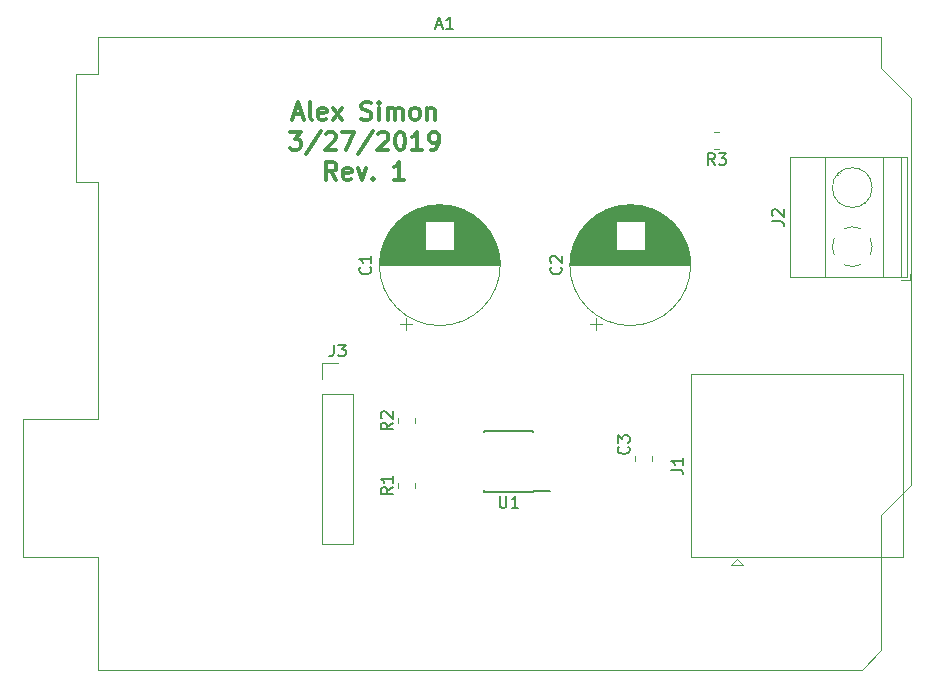
<source format=gto>
G04 #@! TF.GenerationSoftware,KiCad,Pcbnew,5.0.0-fee4fd1~65~ubuntu17.10.1*
G04 #@! TF.CreationDate,2019-03-27T18:34:24-05:00*
G04 #@! TF.ProjectId,Operator,4F70657261746F722E6B696361645F70,1*
G04 #@! TF.SameCoordinates,Original*
G04 #@! TF.FileFunction,Legend,Top*
G04 #@! TF.FilePolarity,Positive*
%FSLAX46Y46*%
G04 Gerber Fmt 4.6, Leading zero omitted, Abs format (unit mm)*
G04 Created by KiCad (PCBNEW 5.0.0-fee4fd1~65~ubuntu17.10.1) date Wed Mar 27 18:34:24 2019*
%MOMM*%
%LPD*%
G01*
G04 APERTURE LIST*
%ADD10C,0.300000*%
%ADD11C,0.120000*%
%ADD12C,0.150000*%
G04 APERTURE END LIST*
D10*
X135986000Y-57517000D02*
X136700285Y-57517000D01*
X135843142Y-57945571D02*
X136343142Y-56445571D01*
X136843142Y-57945571D01*
X137557428Y-57945571D02*
X137414571Y-57874142D01*
X137343142Y-57731285D01*
X137343142Y-56445571D01*
X138700285Y-57874142D02*
X138557428Y-57945571D01*
X138271714Y-57945571D01*
X138128857Y-57874142D01*
X138057428Y-57731285D01*
X138057428Y-57159857D01*
X138128857Y-57017000D01*
X138271714Y-56945571D01*
X138557428Y-56945571D01*
X138700285Y-57017000D01*
X138771714Y-57159857D01*
X138771714Y-57302714D01*
X138057428Y-57445571D01*
X139271714Y-57945571D02*
X140057428Y-56945571D01*
X139271714Y-56945571D02*
X140057428Y-57945571D01*
X141700285Y-57874142D02*
X141914571Y-57945571D01*
X142271714Y-57945571D01*
X142414571Y-57874142D01*
X142486000Y-57802714D01*
X142557428Y-57659857D01*
X142557428Y-57517000D01*
X142486000Y-57374142D01*
X142414571Y-57302714D01*
X142271714Y-57231285D01*
X141986000Y-57159857D01*
X141843142Y-57088428D01*
X141771714Y-57017000D01*
X141700285Y-56874142D01*
X141700285Y-56731285D01*
X141771714Y-56588428D01*
X141843142Y-56517000D01*
X141986000Y-56445571D01*
X142343142Y-56445571D01*
X142557428Y-56517000D01*
X143200285Y-57945571D02*
X143200285Y-56945571D01*
X143200285Y-56445571D02*
X143128857Y-56517000D01*
X143200285Y-56588428D01*
X143271714Y-56517000D01*
X143200285Y-56445571D01*
X143200285Y-56588428D01*
X143914571Y-57945571D02*
X143914571Y-56945571D01*
X143914571Y-57088428D02*
X143986000Y-57017000D01*
X144128857Y-56945571D01*
X144343142Y-56945571D01*
X144486000Y-57017000D01*
X144557428Y-57159857D01*
X144557428Y-57945571D01*
X144557428Y-57159857D02*
X144628857Y-57017000D01*
X144771714Y-56945571D01*
X144986000Y-56945571D01*
X145128857Y-57017000D01*
X145200285Y-57159857D01*
X145200285Y-57945571D01*
X146128857Y-57945571D02*
X145986000Y-57874142D01*
X145914571Y-57802714D01*
X145843142Y-57659857D01*
X145843142Y-57231285D01*
X145914571Y-57088428D01*
X145986000Y-57017000D01*
X146128857Y-56945571D01*
X146343142Y-56945571D01*
X146486000Y-57017000D01*
X146557428Y-57088428D01*
X146628857Y-57231285D01*
X146628857Y-57659857D01*
X146557428Y-57802714D01*
X146486000Y-57874142D01*
X146343142Y-57945571D01*
X146128857Y-57945571D01*
X147271714Y-56945571D02*
X147271714Y-57945571D01*
X147271714Y-57088428D02*
X147343142Y-57017000D01*
X147486000Y-56945571D01*
X147700285Y-56945571D01*
X147843142Y-57017000D01*
X147914571Y-57159857D01*
X147914571Y-57945571D01*
X135628857Y-58995571D02*
X136557428Y-58995571D01*
X136057428Y-59567000D01*
X136271714Y-59567000D01*
X136414571Y-59638428D01*
X136486000Y-59709857D01*
X136557428Y-59852714D01*
X136557428Y-60209857D01*
X136486000Y-60352714D01*
X136414571Y-60424142D01*
X136271714Y-60495571D01*
X135843142Y-60495571D01*
X135700285Y-60424142D01*
X135628857Y-60352714D01*
X138271714Y-58924142D02*
X136986000Y-60852714D01*
X138700285Y-59138428D02*
X138771714Y-59067000D01*
X138914571Y-58995571D01*
X139271714Y-58995571D01*
X139414571Y-59067000D01*
X139486000Y-59138428D01*
X139557428Y-59281285D01*
X139557428Y-59424142D01*
X139486000Y-59638428D01*
X138628857Y-60495571D01*
X139557428Y-60495571D01*
X140057428Y-58995571D02*
X141057428Y-58995571D01*
X140414571Y-60495571D01*
X142700285Y-58924142D02*
X141414571Y-60852714D01*
X143128857Y-59138428D02*
X143200285Y-59067000D01*
X143343142Y-58995571D01*
X143700285Y-58995571D01*
X143843142Y-59067000D01*
X143914571Y-59138428D01*
X143986000Y-59281285D01*
X143986000Y-59424142D01*
X143914571Y-59638428D01*
X143057428Y-60495571D01*
X143986000Y-60495571D01*
X144914571Y-58995571D02*
X145057428Y-58995571D01*
X145200285Y-59067000D01*
X145271714Y-59138428D01*
X145343142Y-59281285D01*
X145414571Y-59567000D01*
X145414571Y-59924142D01*
X145343142Y-60209857D01*
X145271714Y-60352714D01*
X145200285Y-60424142D01*
X145057428Y-60495571D01*
X144914571Y-60495571D01*
X144771714Y-60424142D01*
X144700285Y-60352714D01*
X144628857Y-60209857D01*
X144557428Y-59924142D01*
X144557428Y-59567000D01*
X144628857Y-59281285D01*
X144700285Y-59138428D01*
X144771714Y-59067000D01*
X144914571Y-58995571D01*
X146843142Y-60495571D02*
X145986000Y-60495571D01*
X146414571Y-60495571D02*
X146414571Y-58995571D01*
X146271714Y-59209857D01*
X146128857Y-59352714D01*
X145986000Y-59424142D01*
X147557428Y-60495571D02*
X147843142Y-60495571D01*
X147986000Y-60424142D01*
X148057428Y-60352714D01*
X148200285Y-60138428D01*
X148271714Y-59852714D01*
X148271714Y-59281285D01*
X148200285Y-59138428D01*
X148128857Y-59067000D01*
X147986000Y-58995571D01*
X147700285Y-58995571D01*
X147557428Y-59067000D01*
X147486000Y-59138428D01*
X147414571Y-59281285D01*
X147414571Y-59638428D01*
X147486000Y-59781285D01*
X147557428Y-59852714D01*
X147700285Y-59924142D01*
X147986000Y-59924142D01*
X148128857Y-59852714D01*
X148200285Y-59781285D01*
X148271714Y-59638428D01*
X139593142Y-63045571D02*
X139093142Y-62331285D01*
X138736000Y-63045571D02*
X138736000Y-61545571D01*
X139307428Y-61545571D01*
X139450285Y-61617000D01*
X139521714Y-61688428D01*
X139593142Y-61831285D01*
X139593142Y-62045571D01*
X139521714Y-62188428D01*
X139450285Y-62259857D01*
X139307428Y-62331285D01*
X138736000Y-62331285D01*
X140807428Y-62974142D02*
X140664571Y-63045571D01*
X140378857Y-63045571D01*
X140236000Y-62974142D01*
X140164571Y-62831285D01*
X140164571Y-62259857D01*
X140236000Y-62117000D01*
X140378857Y-62045571D01*
X140664571Y-62045571D01*
X140807428Y-62117000D01*
X140878857Y-62259857D01*
X140878857Y-62402714D01*
X140164571Y-62545571D01*
X141378857Y-62045571D02*
X141736000Y-63045571D01*
X142093142Y-62045571D01*
X142664571Y-62902714D02*
X142736000Y-62974142D01*
X142664571Y-63045571D01*
X142593142Y-62974142D01*
X142664571Y-62902714D01*
X142664571Y-63045571D01*
X145307428Y-63045571D02*
X144450285Y-63045571D01*
X144878857Y-63045571D02*
X144878857Y-61545571D01*
X144736000Y-61759857D01*
X144593142Y-61902714D01*
X144450285Y-61974142D01*
D11*
G04 #@! TO.C,C3*
X164898000Y-86821983D02*
X164898000Y-86406017D01*
X166318000Y-86821983D02*
X166318000Y-86406017D01*
G04 #@! TO.C,A1*
X188238001Y-88925001D02*
X188238001Y-56155001D01*
X188238001Y-56155001D02*
X185698001Y-53615001D01*
X185698001Y-53615001D02*
X185698001Y-50945001D01*
X185698001Y-50945001D02*
X119398001Y-50945001D01*
X119398001Y-50945001D02*
X119398001Y-54125001D01*
X119398001Y-54125001D02*
X117498001Y-54125001D01*
X117498001Y-54125001D02*
X117498001Y-63265001D01*
X117498001Y-63265001D02*
X119398001Y-63265001D01*
X119398001Y-63265001D02*
X119398001Y-83335001D01*
X119398001Y-83335001D02*
X113048001Y-83335001D01*
X113048001Y-83335001D02*
X113048001Y-95015001D01*
X113048001Y-95015001D02*
X119398001Y-95015001D01*
X119398001Y-95015001D02*
X119398001Y-104545001D01*
X119398001Y-104545001D02*
X184048001Y-104545001D01*
X184048001Y-104545001D02*
X185698001Y-102895001D01*
X185698001Y-102895001D02*
X185698001Y-91465001D01*
X185698001Y-91465001D02*
X188238001Y-88925001D01*
G04 #@! TO.C,C1*
X153456000Y-70271000D02*
G75*
G03X153456000Y-70271000I-5120000J0D01*
G01*
X143256000Y-70271000D02*
X153416000Y-70271000D01*
X143256000Y-70231000D02*
X153416000Y-70231000D01*
X143256000Y-70191000D02*
X153416000Y-70191000D01*
X143257000Y-70151000D02*
X153415000Y-70151000D01*
X143258000Y-70111000D02*
X153414000Y-70111000D01*
X143259000Y-70071000D02*
X153413000Y-70071000D01*
X143261000Y-70031000D02*
X153411000Y-70031000D01*
X143263000Y-69991000D02*
X153409000Y-69991000D01*
X143266000Y-69951000D02*
X153406000Y-69951000D01*
X143268000Y-69911000D02*
X153404000Y-69911000D01*
X143271000Y-69871000D02*
X153401000Y-69871000D01*
X143274000Y-69831000D02*
X153398000Y-69831000D01*
X143278000Y-69791000D02*
X153394000Y-69791000D01*
X143282000Y-69751000D02*
X153390000Y-69751000D01*
X143286000Y-69711000D02*
X153386000Y-69711000D01*
X143291000Y-69671000D02*
X153381000Y-69671000D01*
X143296000Y-69631000D02*
X153376000Y-69631000D01*
X143301000Y-69591000D02*
X153371000Y-69591000D01*
X143306000Y-69550000D02*
X153366000Y-69550000D01*
X143312000Y-69510000D02*
X153360000Y-69510000D01*
X143318000Y-69470000D02*
X153354000Y-69470000D01*
X143325000Y-69430000D02*
X153347000Y-69430000D01*
X143332000Y-69390000D02*
X153340000Y-69390000D01*
X143339000Y-69350000D02*
X153333000Y-69350000D01*
X143346000Y-69310000D02*
X153326000Y-69310000D01*
X143354000Y-69270000D02*
X153318000Y-69270000D01*
X143362000Y-69230000D02*
X153310000Y-69230000D01*
X143371000Y-69190000D02*
X153301000Y-69190000D01*
X143380000Y-69150000D02*
X153292000Y-69150000D01*
X143389000Y-69110000D02*
X153283000Y-69110000D01*
X143398000Y-69070000D02*
X153274000Y-69070000D01*
X143408000Y-69030000D02*
X153264000Y-69030000D01*
X143418000Y-68990000D02*
X147095000Y-68990000D01*
X149577000Y-68990000D02*
X153254000Y-68990000D01*
X143429000Y-68950000D02*
X147095000Y-68950000D01*
X149577000Y-68950000D02*
X153243000Y-68950000D01*
X143439000Y-68910000D02*
X147095000Y-68910000D01*
X149577000Y-68910000D02*
X153233000Y-68910000D01*
X143451000Y-68870000D02*
X147095000Y-68870000D01*
X149577000Y-68870000D02*
X153221000Y-68870000D01*
X143462000Y-68830000D02*
X147095000Y-68830000D01*
X149577000Y-68830000D02*
X153210000Y-68830000D01*
X143474000Y-68790000D02*
X147095000Y-68790000D01*
X149577000Y-68790000D02*
X153198000Y-68790000D01*
X143486000Y-68750000D02*
X147095000Y-68750000D01*
X149577000Y-68750000D02*
X153186000Y-68750000D01*
X143499000Y-68710000D02*
X147095000Y-68710000D01*
X149577000Y-68710000D02*
X153173000Y-68710000D01*
X143512000Y-68670000D02*
X147095000Y-68670000D01*
X149577000Y-68670000D02*
X153160000Y-68670000D01*
X143525000Y-68630000D02*
X147095000Y-68630000D01*
X149577000Y-68630000D02*
X153147000Y-68630000D01*
X143539000Y-68590000D02*
X147095000Y-68590000D01*
X149577000Y-68590000D02*
X153133000Y-68590000D01*
X143553000Y-68550000D02*
X147095000Y-68550000D01*
X149577000Y-68550000D02*
X153119000Y-68550000D01*
X143568000Y-68510000D02*
X147095000Y-68510000D01*
X149577000Y-68510000D02*
X153104000Y-68510000D01*
X143582000Y-68470000D02*
X147095000Y-68470000D01*
X149577000Y-68470000D02*
X153090000Y-68470000D01*
X143598000Y-68430000D02*
X147095000Y-68430000D01*
X149577000Y-68430000D02*
X153074000Y-68430000D01*
X143613000Y-68390000D02*
X147095000Y-68390000D01*
X149577000Y-68390000D02*
X153059000Y-68390000D01*
X143629000Y-68350000D02*
X147095000Y-68350000D01*
X149577000Y-68350000D02*
X153043000Y-68350000D01*
X143646000Y-68310000D02*
X147095000Y-68310000D01*
X149577000Y-68310000D02*
X153026000Y-68310000D01*
X143662000Y-68270000D02*
X147095000Y-68270000D01*
X149577000Y-68270000D02*
X153010000Y-68270000D01*
X143679000Y-68230000D02*
X147095000Y-68230000D01*
X149577000Y-68230000D02*
X152993000Y-68230000D01*
X143697000Y-68190000D02*
X147095000Y-68190000D01*
X149577000Y-68190000D02*
X152975000Y-68190000D01*
X143715000Y-68150000D02*
X147095000Y-68150000D01*
X149577000Y-68150000D02*
X152957000Y-68150000D01*
X143733000Y-68110000D02*
X147095000Y-68110000D01*
X149577000Y-68110000D02*
X152939000Y-68110000D01*
X143752000Y-68070000D02*
X147095000Y-68070000D01*
X149577000Y-68070000D02*
X152920000Y-68070000D01*
X143772000Y-68030000D02*
X147095000Y-68030000D01*
X149577000Y-68030000D02*
X152900000Y-68030000D01*
X143791000Y-67990000D02*
X147095000Y-67990000D01*
X149577000Y-67990000D02*
X152881000Y-67990000D01*
X143811000Y-67950000D02*
X147095000Y-67950000D01*
X149577000Y-67950000D02*
X152861000Y-67950000D01*
X143832000Y-67910000D02*
X147095000Y-67910000D01*
X149577000Y-67910000D02*
X152840000Y-67910000D01*
X143853000Y-67870000D02*
X147095000Y-67870000D01*
X149577000Y-67870000D02*
X152819000Y-67870000D01*
X143874000Y-67830000D02*
X147095000Y-67830000D01*
X149577000Y-67830000D02*
X152798000Y-67830000D01*
X143896000Y-67790000D02*
X147095000Y-67790000D01*
X149577000Y-67790000D02*
X152776000Y-67790000D01*
X143919000Y-67750000D02*
X147095000Y-67750000D01*
X149577000Y-67750000D02*
X152753000Y-67750000D01*
X143941000Y-67710000D02*
X147095000Y-67710000D01*
X149577000Y-67710000D02*
X152731000Y-67710000D01*
X143965000Y-67670000D02*
X147095000Y-67670000D01*
X149577000Y-67670000D02*
X152707000Y-67670000D01*
X143989000Y-67630000D02*
X147095000Y-67630000D01*
X149577000Y-67630000D02*
X152683000Y-67630000D01*
X144013000Y-67590000D02*
X147095000Y-67590000D01*
X149577000Y-67590000D02*
X152659000Y-67590000D01*
X144038000Y-67550000D02*
X147095000Y-67550000D01*
X149577000Y-67550000D02*
X152634000Y-67550000D01*
X144063000Y-67510000D02*
X147095000Y-67510000D01*
X149577000Y-67510000D02*
X152609000Y-67510000D01*
X144089000Y-67470000D02*
X147095000Y-67470000D01*
X149577000Y-67470000D02*
X152583000Y-67470000D01*
X144115000Y-67430000D02*
X147095000Y-67430000D01*
X149577000Y-67430000D02*
X152557000Y-67430000D01*
X144142000Y-67390000D02*
X147095000Y-67390000D01*
X149577000Y-67390000D02*
X152530000Y-67390000D01*
X144170000Y-67350000D02*
X147095000Y-67350000D01*
X149577000Y-67350000D02*
X152502000Y-67350000D01*
X144198000Y-67310000D02*
X147095000Y-67310000D01*
X149577000Y-67310000D02*
X152474000Y-67310000D01*
X144226000Y-67270000D02*
X147095000Y-67270000D01*
X149577000Y-67270000D02*
X152446000Y-67270000D01*
X144256000Y-67230000D02*
X147095000Y-67230000D01*
X149577000Y-67230000D02*
X152416000Y-67230000D01*
X144286000Y-67190000D02*
X147095000Y-67190000D01*
X149577000Y-67190000D02*
X152386000Y-67190000D01*
X144316000Y-67150000D02*
X147095000Y-67150000D01*
X149577000Y-67150000D02*
X152356000Y-67150000D01*
X144347000Y-67110000D02*
X147095000Y-67110000D01*
X149577000Y-67110000D02*
X152325000Y-67110000D01*
X144379000Y-67070000D02*
X147095000Y-67070000D01*
X149577000Y-67070000D02*
X152293000Y-67070000D01*
X144411000Y-67030000D02*
X147095000Y-67030000D01*
X149577000Y-67030000D02*
X152261000Y-67030000D01*
X144444000Y-66990000D02*
X147095000Y-66990000D01*
X149577000Y-66990000D02*
X152228000Y-66990000D01*
X144478000Y-66950000D02*
X147095000Y-66950000D01*
X149577000Y-66950000D02*
X152194000Y-66950000D01*
X144512000Y-66910000D02*
X147095000Y-66910000D01*
X149577000Y-66910000D02*
X152160000Y-66910000D01*
X144547000Y-66870000D02*
X147095000Y-66870000D01*
X149577000Y-66870000D02*
X152125000Y-66870000D01*
X144583000Y-66830000D02*
X147095000Y-66830000D01*
X149577000Y-66830000D02*
X152089000Y-66830000D01*
X144620000Y-66790000D02*
X147095000Y-66790000D01*
X149577000Y-66790000D02*
X152052000Y-66790000D01*
X144657000Y-66750000D02*
X147095000Y-66750000D01*
X149577000Y-66750000D02*
X152015000Y-66750000D01*
X144696000Y-66710000D02*
X147095000Y-66710000D01*
X149577000Y-66710000D02*
X151976000Y-66710000D01*
X144735000Y-66670000D02*
X147095000Y-66670000D01*
X149577000Y-66670000D02*
X151937000Y-66670000D01*
X144775000Y-66630000D02*
X147095000Y-66630000D01*
X149577000Y-66630000D02*
X151897000Y-66630000D01*
X144816000Y-66590000D02*
X147095000Y-66590000D01*
X149577000Y-66590000D02*
X151856000Y-66590000D01*
X144858000Y-66550000D02*
X147095000Y-66550000D01*
X149577000Y-66550000D02*
X151814000Y-66550000D01*
X144900000Y-66510000D02*
X151772000Y-66510000D01*
X144944000Y-66470000D02*
X151728000Y-66470000D01*
X144989000Y-66430000D02*
X151683000Y-66430000D01*
X145035000Y-66390000D02*
X151637000Y-66390000D01*
X145082000Y-66350000D02*
X151590000Y-66350000D01*
X145130000Y-66310000D02*
X151542000Y-66310000D01*
X145180000Y-66270000D02*
X151492000Y-66270000D01*
X145230000Y-66230000D02*
X151442000Y-66230000D01*
X145282000Y-66190000D02*
X151390000Y-66190000D01*
X145336000Y-66150000D02*
X151336000Y-66150000D01*
X145391000Y-66110000D02*
X151281000Y-66110000D01*
X145447000Y-66070000D02*
X151225000Y-66070000D01*
X145506000Y-66030000D02*
X151166000Y-66030000D01*
X145566000Y-65990000D02*
X151106000Y-65990000D01*
X145627000Y-65950000D02*
X151045000Y-65950000D01*
X145691000Y-65910000D02*
X150981000Y-65910000D01*
X145757000Y-65870000D02*
X150915000Y-65870000D01*
X145826000Y-65830000D02*
X150846000Y-65830000D01*
X145897000Y-65790000D02*
X150775000Y-65790000D01*
X145971000Y-65750000D02*
X150701000Y-65750000D01*
X146047000Y-65710000D02*
X150625000Y-65710000D01*
X146127000Y-65670000D02*
X150545000Y-65670000D01*
X146211000Y-65630000D02*
X150461000Y-65630000D01*
X146299000Y-65590000D02*
X150373000Y-65590000D01*
X146392000Y-65550000D02*
X150280000Y-65550000D01*
X146490000Y-65510000D02*
X150182000Y-65510000D01*
X146594000Y-65470000D02*
X150078000Y-65470000D01*
X146706000Y-65430000D02*
X149966000Y-65430000D01*
X146826000Y-65390000D02*
X149846000Y-65390000D01*
X146958000Y-65350000D02*
X149714000Y-65350000D01*
X147106000Y-65310000D02*
X149566000Y-65310000D01*
X147274000Y-65270000D02*
X149398000Y-65270000D01*
X147474000Y-65230000D02*
X149198000Y-65230000D01*
X147737000Y-65190000D02*
X148935000Y-65190000D01*
X145461000Y-75750646D02*
X145461000Y-74750646D01*
X144961000Y-75250646D02*
X145961000Y-75250646D01*
G04 #@! TO.C,C2*
X161090000Y-75250646D02*
X162090000Y-75250646D01*
X161590000Y-75750646D02*
X161590000Y-74750646D01*
X163866000Y-65190000D02*
X165064000Y-65190000D01*
X163603000Y-65230000D02*
X165327000Y-65230000D01*
X163403000Y-65270000D02*
X165527000Y-65270000D01*
X163235000Y-65310000D02*
X165695000Y-65310000D01*
X163087000Y-65350000D02*
X165843000Y-65350000D01*
X162955000Y-65390000D02*
X165975000Y-65390000D01*
X162835000Y-65430000D02*
X166095000Y-65430000D01*
X162723000Y-65470000D02*
X166207000Y-65470000D01*
X162619000Y-65510000D02*
X166311000Y-65510000D01*
X162521000Y-65550000D02*
X166409000Y-65550000D01*
X162428000Y-65590000D02*
X166502000Y-65590000D01*
X162340000Y-65630000D02*
X166590000Y-65630000D01*
X162256000Y-65670000D02*
X166674000Y-65670000D01*
X162176000Y-65710000D02*
X166754000Y-65710000D01*
X162100000Y-65750000D02*
X166830000Y-65750000D01*
X162026000Y-65790000D02*
X166904000Y-65790000D01*
X161955000Y-65830000D02*
X166975000Y-65830000D01*
X161886000Y-65870000D02*
X167044000Y-65870000D01*
X161820000Y-65910000D02*
X167110000Y-65910000D01*
X161756000Y-65950000D02*
X167174000Y-65950000D01*
X161695000Y-65990000D02*
X167235000Y-65990000D01*
X161635000Y-66030000D02*
X167295000Y-66030000D01*
X161576000Y-66070000D02*
X167354000Y-66070000D01*
X161520000Y-66110000D02*
X167410000Y-66110000D01*
X161465000Y-66150000D02*
X167465000Y-66150000D01*
X161411000Y-66190000D02*
X167519000Y-66190000D01*
X161359000Y-66230000D02*
X167571000Y-66230000D01*
X161309000Y-66270000D02*
X167621000Y-66270000D01*
X161259000Y-66310000D02*
X167671000Y-66310000D01*
X161211000Y-66350000D02*
X167719000Y-66350000D01*
X161164000Y-66390000D02*
X167766000Y-66390000D01*
X161118000Y-66430000D02*
X167812000Y-66430000D01*
X161073000Y-66470000D02*
X167857000Y-66470000D01*
X161029000Y-66510000D02*
X167901000Y-66510000D01*
X165706000Y-66550000D02*
X167943000Y-66550000D01*
X160987000Y-66550000D02*
X163224000Y-66550000D01*
X165706000Y-66590000D02*
X167985000Y-66590000D01*
X160945000Y-66590000D02*
X163224000Y-66590000D01*
X165706000Y-66630000D02*
X168026000Y-66630000D01*
X160904000Y-66630000D02*
X163224000Y-66630000D01*
X165706000Y-66670000D02*
X168066000Y-66670000D01*
X160864000Y-66670000D02*
X163224000Y-66670000D01*
X165706000Y-66710000D02*
X168105000Y-66710000D01*
X160825000Y-66710000D02*
X163224000Y-66710000D01*
X165706000Y-66750000D02*
X168144000Y-66750000D01*
X160786000Y-66750000D02*
X163224000Y-66750000D01*
X165706000Y-66790000D02*
X168181000Y-66790000D01*
X160749000Y-66790000D02*
X163224000Y-66790000D01*
X165706000Y-66830000D02*
X168218000Y-66830000D01*
X160712000Y-66830000D02*
X163224000Y-66830000D01*
X165706000Y-66870000D02*
X168254000Y-66870000D01*
X160676000Y-66870000D02*
X163224000Y-66870000D01*
X165706000Y-66910000D02*
X168289000Y-66910000D01*
X160641000Y-66910000D02*
X163224000Y-66910000D01*
X165706000Y-66950000D02*
X168323000Y-66950000D01*
X160607000Y-66950000D02*
X163224000Y-66950000D01*
X165706000Y-66990000D02*
X168357000Y-66990000D01*
X160573000Y-66990000D02*
X163224000Y-66990000D01*
X165706000Y-67030000D02*
X168390000Y-67030000D01*
X160540000Y-67030000D02*
X163224000Y-67030000D01*
X165706000Y-67070000D02*
X168422000Y-67070000D01*
X160508000Y-67070000D02*
X163224000Y-67070000D01*
X165706000Y-67110000D02*
X168454000Y-67110000D01*
X160476000Y-67110000D02*
X163224000Y-67110000D01*
X165706000Y-67150000D02*
X168485000Y-67150000D01*
X160445000Y-67150000D02*
X163224000Y-67150000D01*
X165706000Y-67190000D02*
X168515000Y-67190000D01*
X160415000Y-67190000D02*
X163224000Y-67190000D01*
X165706000Y-67230000D02*
X168545000Y-67230000D01*
X160385000Y-67230000D02*
X163224000Y-67230000D01*
X165706000Y-67270000D02*
X168575000Y-67270000D01*
X160355000Y-67270000D02*
X163224000Y-67270000D01*
X165706000Y-67310000D02*
X168603000Y-67310000D01*
X160327000Y-67310000D02*
X163224000Y-67310000D01*
X165706000Y-67350000D02*
X168631000Y-67350000D01*
X160299000Y-67350000D02*
X163224000Y-67350000D01*
X165706000Y-67390000D02*
X168659000Y-67390000D01*
X160271000Y-67390000D02*
X163224000Y-67390000D01*
X165706000Y-67430000D02*
X168686000Y-67430000D01*
X160244000Y-67430000D02*
X163224000Y-67430000D01*
X165706000Y-67470000D02*
X168712000Y-67470000D01*
X160218000Y-67470000D02*
X163224000Y-67470000D01*
X165706000Y-67510000D02*
X168738000Y-67510000D01*
X160192000Y-67510000D02*
X163224000Y-67510000D01*
X165706000Y-67550000D02*
X168763000Y-67550000D01*
X160167000Y-67550000D02*
X163224000Y-67550000D01*
X165706000Y-67590000D02*
X168788000Y-67590000D01*
X160142000Y-67590000D02*
X163224000Y-67590000D01*
X165706000Y-67630000D02*
X168812000Y-67630000D01*
X160118000Y-67630000D02*
X163224000Y-67630000D01*
X165706000Y-67670000D02*
X168836000Y-67670000D01*
X160094000Y-67670000D02*
X163224000Y-67670000D01*
X165706000Y-67710000D02*
X168860000Y-67710000D01*
X160070000Y-67710000D02*
X163224000Y-67710000D01*
X165706000Y-67750000D02*
X168882000Y-67750000D01*
X160048000Y-67750000D02*
X163224000Y-67750000D01*
X165706000Y-67790000D02*
X168905000Y-67790000D01*
X160025000Y-67790000D02*
X163224000Y-67790000D01*
X165706000Y-67830000D02*
X168927000Y-67830000D01*
X160003000Y-67830000D02*
X163224000Y-67830000D01*
X165706000Y-67870000D02*
X168948000Y-67870000D01*
X159982000Y-67870000D02*
X163224000Y-67870000D01*
X165706000Y-67910000D02*
X168969000Y-67910000D01*
X159961000Y-67910000D02*
X163224000Y-67910000D01*
X165706000Y-67950000D02*
X168990000Y-67950000D01*
X159940000Y-67950000D02*
X163224000Y-67950000D01*
X165706000Y-67990000D02*
X169010000Y-67990000D01*
X159920000Y-67990000D02*
X163224000Y-67990000D01*
X165706000Y-68030000D02*
X169029000Y-68030000D01*
X159901000Y-68030000D02*
X163224000Y-68030000D01*
X165706000Y-68070000D02*
X169049000Y-68070000D01*
X159881000Y-68070000D02*
X163224000Y-68070000D01*
X165706000Y-68110000D02*
X169068000Y-68110000D01*
X159862000Y-68110000D02*
X163224000Y-68110000D01*
X165706000Y-68150000D02*
X169086000Y-68150000D01*
X159844000Y-68150000D02*
X163224000Y-68150000D01*
X165706000Y-68190000D02*
X169104000Y-68190000D01*
X159826000Y-68190000D02*
X163224000Y-68190000D01*
X165706000Y-68230000D02*
X169122000Y-68230000D01*
X159808000Y-68230000D02*
X163224000Y-68230000D01*
X165706000Y-68270000D02*
X169139000Y-68270000D01*
X159791000Y-68270000D02*
X163224000Y-68270000D01*
X165706000Y-68310000D02*
X169155000Y-68310000D01*
X159775000Y-68310000D02*
X163224000Y-68310000D01*
X165706000Y-68350000D02*
X169172000Y-68350000D01*
X159758000Y-68350000D02*
X163224000Y-68350000D01*
X165706000Y-68390000D02*
X169188000Y-68390000D01*
X159742000Y-68390000D02*
X163224000Y-68390000D01*
X165706000Y-68430000D02*
X169203000Y-68430000D01*
X159727000Y-68430000D02*
X163224000Y-68430000D01*
X165706000Y-68470000D02*
X169219000Y-68470000D01*
X159711000Y-68470000D02*
X163224000Y-68470000D01*
X165706000Y-68510000D02*
X169233000Y-68510000D01*
X159697000Y-68510000D02*
X163224000Y-68510000D01*
X165706000Y-68550000D02*
X169248000Y-68550000D01*
X159682000Y-68550000D02*
X163224000Y-68550000D01*
X165706000Y-68590000D02*
X169262000Y-68590000D01*
X159668000Y-68590000D02*
X163224000Y-68590000D01*
X165706000Y-68630000D02*
X169276000Y-68630000D01*
X159654000Y-68630000D02*
X163224000Y-68630000D01*
X165706000Y-68670000D02*
X169289000Y-68670000D01*
X159641000Y-68670000D02*
X163224000Y-68670000D01*
X165706000Y-68710000D02*
X169302000Y-68710000D01*
X159628000Y-68710000D02*
X163224000Y-68710000D01*
X165706000Y-68750000D02*
X169315000Y-68750000D01*
X159615000Y-68750000D02*
X163224000Y-68750000D01*
X165706000Y-68790000D02*
X169327000Y-68790000D01*
X159603000Y-68790000D02*
X163224000Y-68790000D01*
X165706000Y-68830000D02*
X169339000Y-68830000D01*
X159591000Y-68830000D02*
X163224000Y-68830000D01*
X165706000Y-68870000D02*
X169350000Y-68870000D01*
X159580000Y-68870000D02*
X163224000Y-68870000D01*
X165706000Y-68910000D02*
X169362000Y-68910000D01*
X159568000Y-68910000D02*
X163224000Y-68910000D01*
X165706000Y-68950000D02*
X169372000Y-68950000D01*
X159558000Y-68950000D02*
X163224000Y-68950000D01*
X165706000Y-68990000D02*
X169383000Y-68990000D01*
X159547000Y-68990000D02*
X163224000Y-68990000D01*
X159537000Y-69030000D02*
X169393000Y-69030000D01*
X159527000Y-69070000D02*
X169403000Y-69070000D01*
X159518000Y-69110000D02*
X169412000Y-69110000D01*
X159509000Y-69150000D02*
X169421000Y-69150000D01*
X159500000Y-69190000D02*
X169430000Y-69190000D01*
X159491000Y-69230000D02*
X169439000Y-69230000D01*
X159483000Y-69270000D02*
X169447000Y-69270000D01*
X159475000Y-69310000D02*
X169455000Y-69310000D01*
X159468000Y-69350000D02*
X169462000Y-69350000D01*
X159461000Y-69390000D02*
X169469000Y-69390000D01*
X159454000Y-69430000D02*
X169476000Y-69430000D01*
X159447000Y-69470000D02*
X169483000Y-69470000D01*
X159441000Y-69510000D02*
X169489000Y-69510000D01*
X159435000Y-69550000D02*
X169495000Y-69550000D01*
X159430000Y-69591000D02*
X169500000Y-69591000D01*
X159425000Y-69631000D02*
X169505000Y-69631000D01*
X159420000Y-69671000D02*
X169510000Y-69671000D01*
X159415000Y-69711000D02*
X169515000Y-69711000D01*
X159411000Y-69751000D02*
X169519000Y-69751000D01*
X159407000Y-69791000D02*
X169523000Y-69791000D01*
X159403000Y-69831000D02*
X169527000Y-69831000D01*
X159400000Y-69871000D02*
X169530000Y-69871000D01*
X159397000Y-69911000D02*
X169533000Y-69911000D01*
X159395000Y-69951000D02*
X169535000Y-69951000D01*
X159392000Y-69991000D02*
X169538000Y-69991000D01*
X159390000Y-70031000D02*
X169540000Y-70031000D01*
X159388000Y-70071000D02*
X169542000Y-70071000D01*
X159387000Y-70111000D02*
X169543000Y-70111000D01*
X159386000Y-70151000D02*
X169544000Y-70151000D01*
X159385000Y-70191000D02*
X169545000Y-70191000D01*
X159385000Y-70231000D02*
X169545000Y-70231000D01*
X159385000Y-70271000D02*
X169545000Y-70271000D01*
X169585000Y-70271000D02*
G75*
G03X169585000Y-70271000I-5120000J0D01*
G01*
G04 #@! TO.C,J1*
X173982000Y-95694000D02*
X173482000Y-95194000D01*
X172982000Y-95694000D02*
X173982000Y-95694000D01*
X173482000Y-95194000D02*
X172982000Y-95694000D01*
X187562000Y-95009000D02*
X187562000Y-79489000D01*
X169602000Y-79489000D02*
X187562000Y-79489000D01*
X169602000Y-79489000D02*
X169602000Y-95009000D01*
X169602000Y-95009000D02*
X187562000Y-95009000D01*
G04 #@! TO.C,J2*
X184795756Y-68023682D02*
G75*
G02X184941000Y-68707000I-1534756J-683318D01*
G01*
X182577958Y-67171574D02*
G75*
G02X183945000Y-67172000I683042J-1535426D01*
G01*
X181725574Y-69390042D02*
G75*
G02X181726000Y-68023000I1535426J683042D01*
G01*
X183944042Y-70242426D02*
G75*
G02X182577000Y-70242000I-683042J1535426D01*
G01*
X184941253Y-68678195D02*
G75*
G02X184796000Y-69391000I-1680253J-28805D01*
G01*
X184941000Y-63707000D02*
G75*
G03X184941000Y-63707000I-1680000J0D01*
G01*
X187361000Y-71267000D02*
X187361000Y-61147000D01*
X185861000Y-71267000D02*
X185861000Y-61147000D01*
X180960000Y-71267000D02*
X180960000Y-61147000D01*
X178000000Y-71267000D02*
X178000000Y-61147000D01*
X187921000Y-71267000D02*
X187921000Y-61147000D01*
X178000000Y-71267000D02*
X187921000Y-71267000D01*
X178000000Y-61147000D02*
X187921000Y-61147000D01*
X182192000Y-62432000D02*
X182238000Y-62479000D01*
X184500000Y-64741000D02*
X184535000Y-64776000D01*
X181986000Y-62637000D02*
X182022000Y-62672000D01*
X184284000Y-64934000D02*
X184330000Y-64981000D01*
X187421000Y-71507000D02*
X188161000Y-71507000D01*
X188161000Y-71507000D02*
X188161000Y-71007000D01*
G04 #@! TO.C,R1*
X144832000Y-89107983D02*
X144832000Y-88692017D01*
X146252000Y-89107983D02*
X146252000Y-88692017D01*
G04 #@! TO.C,R2*
X146252000Y-83646983D02*
X146252000Y-83231017D01*
X144832000Y-83646983D02*
X144832000Y-83231017D01*
G04 #@! TO.C,R3*
X171990483Y-60400000D02*
X171574517Y-60400000D01*
X171990483Y-58980000D02*
X171574517Y-58980000D01*
D12*
G04 #@! TO.C,U1*
X156253000Y-89443000D02*
X156253000Y-89393000D01*
X152103000Y-89443000D02*
X152103000Y-89298000D01*
X152103000Y-84293000D02*
X152103000Y-84438000D01*
X156253000Y-84293000D02*
X156253000Y-84438000D01*
X156253000Y-89443000D02*
X152103000Y-89443000D01*
X156253000Y-84293000D02*
X152103000Y-84293000D01*
X156253000Y-89393000D02*
X157653000Y-89393000D01*
D11*
G04 #@! TO.C,J3*
X138370000Y-93913000D02*
X141030000Y-93913000D01*
X138370000Y-81153000D02*
X138370000Y-93913000D01*
X141030000Y-81153000D02*
X141030000Y-93913000D01*
X138370000Y-81153000D02*
X141030000Y-81153000D01*
X138370000Y-79883000D02*
X138370000Y-78553000D01*
X138370000Y-78553000D02*
X139700000Y-78553000D01*
G04 #@! TO.C,C3*
D12*
X164314142Y-85637666D02*
X164361761Y-85685285D01*
X164409380Y-85828142D01*
X164409380Y-85923380D01*
X164361761Y-86066238D01*
X164266523Y-86161476D01*
X164171285Y-86209095D01*
X163980809Y-86256714D01*
X163837952Y-86256714D01*
X163647476Y-86209095D01*
X163552238Y-86161476D01*
X163457000Y-86066238D01*
X163409380Y-85923380D01*
X163409380Y-85828142D01*
X163457000Y-85685285D01*
X163504619Y-85637666D01*
X163409380Y-85304333D02*
X163409380Y-84685285D01*
X163790333Y-85018619D01*
X163790333Y-84875761D01*
X163837952Y-84780523D01*
X163885571Y-84732904D01*
X163980809Y-84685285D01*
X164218904Y-84685285D01*
X164314142Y-84732904D01*
X164361761Y-84780523D01*
X164409380Y-84875761D01*
X164409380Y-85161476D01*
X164361761Y-85256714D01*
X164314142Y-85304333D01*
G04 #@! TO.C,A1*
X148023715Y-49971667D02*
X148499905Y-49971667D01*
X147928477Y-50257381D02*
X148261810Y-49257381D01*
X148595143Y-50257381D01*
X149452286Y-50257381D02*
X148880858Y-50257381D01*
X149166572Y-50257381D02*
X149166572Y-49257381D01*
X149071334Y-49400239D01*
X148976096Y-49495477D01*
X148880858Y-49543096D01*
G04 #@! TO.C,C1*
X142443142Y-70437666D02*
X142490761Y-70485285D01*
X142538380Y-70628142D01*
X142538380Y-70723380D01*
X142490761Y-70866238D01*
X142395523Y-70961476D01*
X142300285Y-71009095D01*
X142109809Y-71056714D01*
X141966952Y-71056714D01*
X141776476Y-71009095D01*
X141681238Y-70961476D01*
X141586000Y-70866238D01*
X141538380Y-70723380D01*
X141538380Y-70628142D01*
X141586000Y-70485285D01*
X141633619Y-70437666D01*
X142538380Y-69485285D02*
X142538380Y-70056714D01*
X142538380Y-69771000D02*
X141538380Y-69771000D01*
X141681238Y-69866238D01*
X141776476Y-69961476D01*
X141824095Y-70056714D01*
G04 #@! TO.C,C2*
X158572142Y-70437666D02*
X158619761Y-70485285D01*
X158667380Y-70628142D01*
X158667380Y-70723380D01*
X158619761Y-70866238D01*
X158524523Y-70961476D01*
X158429285Y-71009095D01*
X158238809Y-71056714D01*
X158095952Y-71056714D01*
X157905476Y-71009095D01*
X157810238Y-70961476D01*
X157715000Y-70866238D01*
X157667380Y-70723380D01*
X157667380Y-70628142D01*
X157715000Y-70485285D01*
X157762619Y-70437666D01*
X157762619Y-70056714D02*
X157715000Y-70009095D01*
X157667380Y-69913857D01*
X157667380Y-69675761D01*
X157715000Y-69580523D01*
X157762619Y-69532904D01*
X157857857Y-69485285D01*
X157953095Y-69485285D01*
X158095952Y-69532904D01*
X158667380Y-70104333D01*
X158667380Y-69485285D01*
G04 #@! TO.C,J1*
X167934380Y-87582333D02*
X168648666Y-87582333D01*
X168791523Y-87629952D01*
X168886761Y-87725190D01*
X168934380Y-87868047D01*
X168934380Y-87963285D01*
X168934380Y-86582333D02*
X168934380Y-87153761D01*
X168934380Y-86868047D02*
X167934380Y-86868047D01*
X168077238Y-86963285D01*
X168172476Y-87058523D01*
X168220095Y-87153761D01*
G04 #@! TO.C,J2*
X176453380Y-66540333D02*
X177167666Y-66540333D01*
X177310523Y-66587952D01*
X177405761Y-66683190D01*
X177453380Y-66826047D01*
X177453380Y-66921285D01*
X176548619Y-66111761D02*
X176501000Y-66064142D01*
X176453380Y-65968904D01*
X176453380Y-65730809D01*
X176501000Y-65635571D01*
X176548619Y-65587952D01*
X176643857Y-65540333D01*
X176739095Y-65540333D01*
X176881952Y-65587952D01*
X177453380Y-66159380D01*
X177453380Y-65540333D01*
G04 #@! TO.C,R1*
X144344380Y-89066666D02*
X143868190Y-89400000D01*
X144344380Y-89638095D02*
X143344380Y-89638095D01*
X143344380Y-89257142D01*
X143392000Y-89161904D01*
X143439619Y-89114285D01*
X143534857Y-89066666D01*
X143677714Y-89066666D01*
X143772952Y-89114285D01*
X143820571Y-89161904D01*
X143868190Y-89257142D01*
X143868190Y-89638095D01*
X144344380Y-88114285D02*
X144344380Y-88685714D01*
X144344380Y-88400000D02*
X143344380Y-88400000D01*
X143487238Y-88495238D01*
X143582476Y-88590476D01*
X143630095Y-88685714D01*
G04 #@! TO.C,R2*
X144344380Y-83605666D02*
X143868190Y-83939000D01*
X144344380Y-84177095D02*
X143344380Y-84177095D01*
X143344380Y-83796142D01*
X143392000Y-83700904D01*
X143439619Y-83653285D01*
X143534857Y-83605666D01*
X143677714Y-83605666D01*
X143772952Y-83653285D01*
X143820571Y-83700904D01*
X143868190Y-83796142D01*
X143868190Y-84177095D01*
X143439619Y-83224714D02*
X143392000Y-83177095D01*
X143344380Y-83081857D01*
X143344380Y-82843761D01*
X143392000Y-82748523D01*
X143439619Y-82700904D01*
X143534857Y-82653285D01*
X143630095Y-82653285D01*
X143772952Y-82700904D01*
X144344380Y-83272333D01*
X144344380Y-82653285D01*
G04 #@! TO.C,R3*
X171615833Y-61792380D02*
X171282500Y-61316190D01*
X171044404Y-61792380D02*
X171044404Y-60792380D01*
X171425357Y-60792380D01*
X171520595Y-60840000D01*
X171568214Y-60887619D01*
X171615833Y-60982857D01*
X171615833Y-61125714D01*
X171568214Y-61220952D01*
X171520595Y-61268571D01*
X171425357Y-61316190D01*
X171044404Y-61316190D01*
X171949166Y-60792380D02*
X172568214Y-60792380D01*
X172234880Y-61173333D01*
X172377738Y-61173333D01*
X172472976Y-61220952D01*
X172520595Y-61268571D01*
X172568214Y-61363809D01*
X172568214Y-61601904D01*
X172520595Y-61697142D01*
X172472976Y-61744761D01*
X172377738Y-61792380D01*
X172092023Y-61792380D01*
X171996785Y-61744761D01*
X171949166Y-61697142D01*
G04 #@! TO.C,U1*
X153416095Y-89820380D02*
X153416095Y-90629904D01*
X153463714Y-90725142D01*
X153511333Y-90772761D01*
X153606571Y-90820380D01*
X153797047Y-90820380D01*
X153892285Y-90772761D01*
X153939904Y-90725142D01*
X153987523Y-90629904D01*
X153987523Y-89820380D01*
X154987523Y-90820380D02*
X154416095Y-90820380D01*
X154701809Y-90820380D02*
X154701809Y-89820380D01*
X154606571Y-89963238D01*
X154511333Y-90058476D01*
X154416095Y-90106095D01*
G04 #@! TO.C,J3*
X139366666Y-77005380D02*
X139366666Y-77719666D01*
X139319047Y-77862523D01*
X139223809Y-77957761D01*
X139080952Y-78005380D01*
X138985714Y-78005380D01*
X139747619Y-77005380D02*
X140366666Y-77005380D01*
X140033333Y-77386333D01*
X140176190Y-77386333D01*
X140271428Y-77433952D01*
X140319047Y-77481571D01*
X140366666Y-77576809D01*
X140366666Y-77814904D01*
X140319047Y-77910142D01*
X140271428Y-77957761D01*
X140176190Y-78005380D01*
X139890476Y-78005380D01*
X139795238Y-77957761D01*
X139747619Y-77910142D01*
G04 #@! TD*
M02*

</source>
